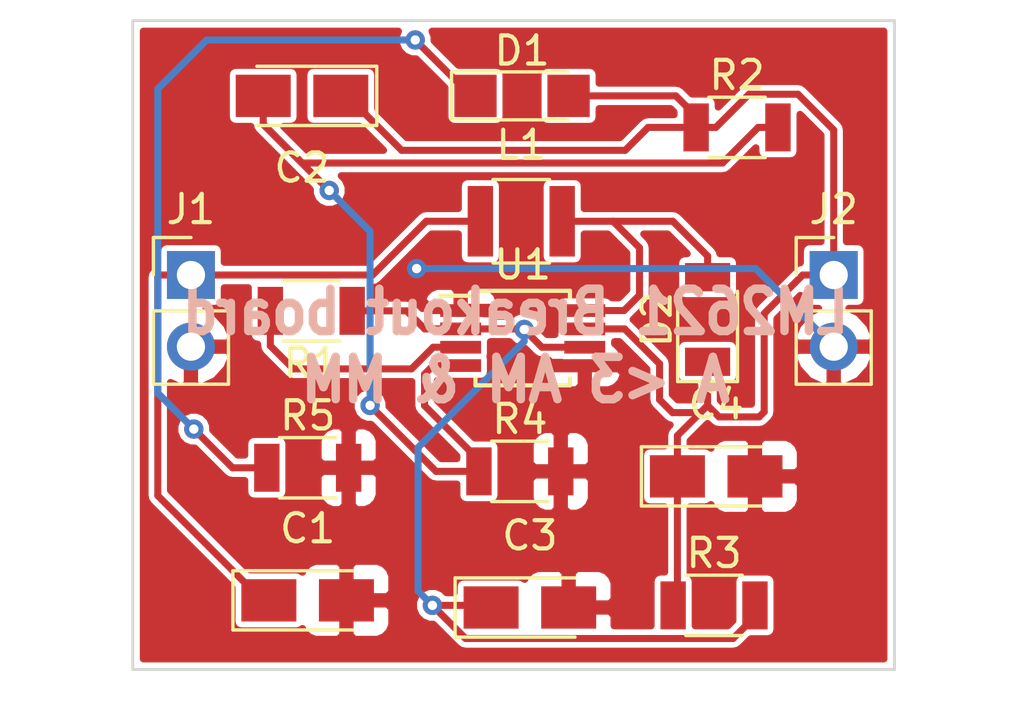
<source format=kicad_pcb>
(kicad_pcb (version 4) (host pcbnew 4.0.7)

  (general
    (links 28)
    (no_connects 0)
    (area 135.219342 80.1426 171.688858 105.4282)
    (thickness 1.6)
    (drawings 5)
    (tracks 113)
    (zones 0)
    (modules 15)
    (nets 9)
  )

  (page A4)
  (layers
    (0 F.Cu signal)
    (31 B.Cu signal)
    (32 B.Adhes user)
    (33 F.Adhes user)
    (34 B.Paste user)
    (35 F.Paste user)
    (36 B.SilkS user)
    (37 F.SilkS user)
    (38 B.Mask user)
    (39 F.Mask user)
    (40 Dwgs.User user)
    (41 Cmts.User user)
    (42 Eco1.User user)
    (43 Eco2.User user)
    (44 Edge.Cuts user)
    (45 Margin user)
    (46 B.CrtYd user)
    (47 F.CrtYd user)
    (48 B.Fab user)
    (49 F.Fab user)
  )

  (setup
    (last_trace_width 0.1524)
    (trace_clearance 0.1524)
    (zone_clearance 0.2)
    (zone_45_only yes)
    (trace_min 0.1524)
    (segment_width 0.2)
    (edge_width 0.1)
    (via_size 0.6858)
    (via_drill 0.3302)
    (via_min_size 0.6858)
    (via_min_drill 0.3302)
    (uvia_size 0.762)
    (uvia_drill 0.508)
    (uvias_allowed no)
    (uvia_min_size 0)
    (uvia_min_drill 0)
    (pcb_text_width 0.3)
    (pcb_text_size 1.5 1.5)
    (mod_edge_width 0.15)
    (mod_text_size 1 1)
    (mod_text_width 0.15)
    (pad_size 1.5 1.5)
    (pad_drill 0.6)
    (pad_to_mask_clearance 0)
    (aux_axis_origin 0 0)
    (visible_elements 7FFFFFFF)
    (pcbplotparams
      (layerselection 0x00030_80000001)
      (usegerberextensions false)
      (excludeedgelayer true)
      (linewidth 0.100000)
      (plotframeref false)
      (viasonmask false)
      (mode 1)
      (useauxorigin false)
      (hpglpennumber 1)
      (hpglpenspeed 20)
      (hpglpendiameter 15)
      (hpglpenoverlay 2)
      (psnegative false)
      (psa4output false)
      (plotreference true)
      (plotvalue true)
      (plotinvisibletext false)
      (padsonsilk false)
      (subtractmaskfromsilk false)
      (outputformat 1)
      (mirror false)
      (drillshape 1)
      (scaleselection 1)
      (outputdirectory ""))
  )

  (net 0 "")
  (net 1 "Net-(C1-Pad1)")
  (net 2 GND)
  (net 3 "Net-(C2-Pad1)")
  (net 4 "Net-(C2-Pad2)")
  (net 5 "Net-(C3-Pad1)")
  (net 6 "Net-(D1-Pad1)")
  (net 7 "Net-(D2-Pad2)")
  (net 8 "Net-(R1-Pad2)")

  (net_class Default "This is the default net class."
    (clearance 0.1524)
    (trace_width 0.1524)
    (via_dia 0.6858)
    (via_drill 0.3302)
    (uvia_dia 0.762)
    (uvia_drill 0.508)
    (add_net GND)
    (add_net "Net-(C1-Pad1)")
    (add_net "Net-(C2-Pad1)")
    (add_net "Net-(C2-Pad2)")
    (add_net "Net-(C3-Pad1)")
    (add_net "Net-(D1-Pad1)")
    (add_net "Net-(D2-Pad2)")
    (add_net "Net-(R1-Pad2)")
  )

  (module Capacitors_Tantalum_SMD:CP_Tantalum_Case-A_EIA-3216-18_Reflow placed (layer F.Cu) (tedit 58CC8C08) (tstamp 59E485F2)
    (at 146.199 101.5492)
    (descr "Tantalum capacitor, Case A, EIA 3216-18, 3.2x1.6x1.6mm, Reflow soldering footprint")
    (tags "capacitor tantalum smd")
    (path /59E44580)
    (attr smd)
    (fp_text reference C1 (at 0 -2.55) (layer F.SilkS)
      (effects (font (size 1 1) (thickness 0.15)))
    )
    (fp_text value 22uF (at 0 2.55) (layer F.Fab)
      (effects (font (size 1 1) (thickness 0.15)))
    )
    (fp_text user %R (at -0.0508 0.4572) (layer F.Fab)
      (effects (font (size 0.7 0.7) (thickness 0.105)))
    )
    (fp_line (start -2.75 -1.2) (end -2.75 1.2) (layer F.CrtYd) (width 0.05))
    (fp_line (start -2.75 1.2) (end 2.75 1.2) (layer F.CrtYd) (width 0.05))
    (fp_line (start 2.75 1.2) (end 2.75 -1.2) (layer F.CrtYd) (width 0.05))
    (fp_line (start 2.75 -1.2) (end -2.75 -1.2) (layer F.CrtYd) (width 0.05))
    (fp_line (start -1.6 -0.8) (end -1.6 0.8) (layer F.Fab) (width 0.1))
    (fp_line (start -1.6 0.8) (end 1.6 0.8) (layer F.Fab) (width 0.1))
    (fp_line (start 1.6 0.8) (end 1.6 -0.8) (layer F.Fab) (width 0.1))
    (fp_line (start 1.6 -0.8) (end -1.6 -0.8) (layer F.Fab) (width 0.1))
    (fp_line (start -1.28 -0.8) (end -1.28 0.8) (layer F.Fab) (width 0.1))
    (fp_line (start -1.12 -0.8) (end -1.12 0.8) (layer F.Fab) (width 0.1))
    (fp_line (start -2.65 -1.05) (end 1.6 -1.05) (layer F.SilkS) (width 0.12))
    (fp_line (start -2.65 1.05) (end 1.6 1.05) (layer F.SilkS) (width 0.12))
    (fp_line (start -2.65 -1.05) (end -2.65 1.05) (layer F.SilkS) (width 0.12))
    (pad 1 smd rect (at -1.375 0) (size 1.95 1.5) (layers F.Cu F.Paste F.Mask)
      (net 1 "Net-(C1-Pad1)"))
    (pad 2 smd rect (at 1.375 0) (size 1.95 1.5) (layers F.Cu F.Paste F.Mask)
      (net 2 GND))
    (model Capacitors_Tantalum_SMD.3dshapes/CP_Tantalum_Case-A_EIA-3216-18.wrl
      (at (xyz 0 0 0))
      (scale (xyz 1 1 1))
      (rotate (xyz 0 0 0))
    )
  )

  (module Capacitors_Tantalum_SMD:CP_Tantalum_Case-A_EIA-3216-18_Reflow placed (layer F.Cu) (tedit 58CC8C08) (tstamp 59E485F8)
    (at 145.9992 83.6676 180)
    (descr "Tantalum capacitor, Case A, EIA 3216-18, 3.2x1.6x1.6mm, Reflow soldering footprint")
    (tags "capacitor tantalum smd")
    (path /59E4461B)
    (attr smd)
    (fp_text reference C2 (at 0 -2.55 180) (layer F.SilkS)
      (effects (font (size 1 1) (thickness 0.15)))
    )
    (fp_text value 39pF (at 0 2.55 180) (layer F.Fab)
      (effects (font (size 1 1) (thickness 0.15)))
    )
    (fp_text user %R (at 0 0 180) (layer F.Fab)
      (effects (font (size 0.7 0.7) (thickness 0.105)))
    )
    (fp_line (start -2.75 -1.2) (end -2.75 1.2) (layer F.CrtYd) (width 0.05))
    (fp_line (start -2.75 1.2) (end 2.75 1.2) (layer F.CrtYd) (width 0.05))
    (fp_line (start 2.75 1.2) (end 2.75 -1.2) (layer F.CrtYd) (width 0.05))
    (fp_line (start 2.75 -1.2) (end -2.75 -1.2) (layer F.CrtYd) (width 0.05))
    (fp_line (start -1.6 -0.8) (end -1.6 0.8) (layer F.Fab) (width 0.1))
    (fp_line (start -1.6 0.8) (end 1.6 0.8) (layer F.Fab) (width 0.1))
    (fp_line (start 1.6 0.8) (end 1.6 -0.8) (layer F.Fab) (width 0.1))
    (fp_line (start 1.6 -0.8) (end -1.6 -0.8) (layer F.Fab) (width 0.1))
    (fp_line (start -1.28 -0.8) (end -1.28 0.8) (layer F.Fab) (width 0.1))
    (fp_line (start -1.12 -0.8) (end -1.12 0.8) (layer F.Fab) (width 0.1))
    (fp_line (start -2.65 -1.05) (end 1.6 -1.05) (layer F.SilkS) (width 0.12))
    (fp_line (start -2.65 1.05) (end 1.6 1.05) (layer F.SilkS) (width 0.12))
    (fp_line (start -2.65 -1.05) (end -2.65 1.05) (layer F.SilkS) (width 0.12))
    (pad 1 smd rect (at -1.375 0 180) (size 1.95 1.5) (layers F.Cu F.Paste F.Mask)
      (net 3 "Net-(C2-Pad1)"))
    (pad 2 smd rect (at 1.375 0 180) (size 1.95 1.5) (layers F.Cu F.Paste F.Mask)
      (net 4 "Net-(C2-Pad2)"))
    (model Capacitors_Tantalum_SMD.3dshapes/CP_Tantalum_Case-A_EIA-3216-18.wrl
      (at (xyz 0 0 0))
      (scale (xyz 1 1 1))
      (rotate (xyz 0 0 0))
    )
  )

  (module Capacitors_Tantalum_SMD:CP_Tantalum_Case-A_EIA-3216-18_Reflow placed (layer F.Cu) (tedit 58CC8C08) (tstamp 59E485FE)
    (at 154.0764 101.8032)
    (descr "Tantalum capacitor, Case A, EIA 3216-18, 3.2x1.6x1.6mm, Reflow soldering footprint")
    (tags "capacitor tantalum smd")
    (path /59E44670)
    (attr smd)
    (fp_text reference C3 (at 0 -2.55) (layer F.SilkS)
      (effects (font (size 1 1) (thickness 0.15)))
    )
    (fp_text value 100nF (at 0 2.55) (layer F.Fab)
      (effects (font (size 1 1) (thickness 0.15)))
    )
    (fp_text user %R (at 0 0) (layer F.Fab)
      (effects (font (size 0.7 0.7) (thickness 0.105)))
    )
    (fp_line (start -2.75 -1.2) (end -2.75 1.2) (layer F.CrtYd) (width 0.05))
    (fp_line (start -2.75 1.2) (end 2.75 1.2) (layer F.CrtYd) (width 0.05))
    (fp_line (start 2.75 1.2) (end 2.75 -1.2) (layer F.CrtYd) (width 0.05))
    (fp_line (start 2.75 -1.2) (end -2.75 -1.2) (layer F.CrtYd) (width 0.05))
    (fp_line (start -1.6 -0.8) (end -1.6 0.8) (layer F.Fab) (width 0.1))
    (fp_line (start -1.6 0.8) (end 1.6 0.8) (layer F.Fab) (width 0.1))
    (fp_line (start 1.6 0.8) (end 1.6 -0.8) (layer F.Fab) (width 0.1))
    (fp_line (start 1.6 -0.8) (end -1.6 -0.8) (layer F.Fab) (width 0.1))
    (fp_line (start -1.28 -0.8) (end -1.28 0.8) (layer F.Fab) (width 0.1))
    (fp_line (start -1.12 -0.8) (end -1.12 0.8) (layer F.Fab) (width 0.1))
    (fp_line (start -2.65 -1.05) (end 1.6 -1.05) (layer F.SilkS) (width 0.12))
    (fp_line (start -2.65 1.05) (end 1.6 1.05) (layer F.SilkS) (width 0.12))
    (fp_line (start -2.65 -1.05) (end -2.65 1.05) (layer F.SilkS) (width 0.12))
    (pad 1 smd rect (at -1.375 0) (size 1.95 1.5) (layers F.Cu F.Paste F.Mask)
      (net 5 "Net-(C3-Pad1)"))
    (pad 2 smd rect (at 1.375 0) (size 1.95 1.5) (layers F.Cu F.Paste F.Mask)
      (net 2 GND))
    (model Capacitors_Tantalum_SMD.3dshapes/CP_Tantalum_Case-A_EIA-3216-18.wrl
      (at (xyz 0 0 0))
      (scale (xyz 1 1 1))
      (rotate (xyz 0 0 0))
    )
  )

  (module Capacitors_Tantalum_SMD:CP_Tantalum_Case-A_EIA-3216-18_Reflow placed (layer F.Cu) (tedit 58CC8C08) (tstamp 59E48604)
    (at 160.6804 97.155)
    (descr "Tantalum capacitor, Case A, EIA 3216-18, 3.2x1.6x1.6mm, Reflow soldering footprint")
    (tags "capacitor tantalum smd")
    (path /59E440B3)
    (attr smd)
    (fp_text reference C4 (at 0 -2.55) (layer F.SilkS)
      (effects (font (size 1 1) (thickness 0.15)))
    )
    (fp_text value 68uF (at 0 2.55) (layer F.Fab)
      (effects (font (size 1 1) (thickness 0.15)))
    )
    (fp_text user %R (at 0 0) (layer F.Fab)
      (effects (font (size 0.7 0.7) (thickness 0.105)))
    )
    (fp_line (start -2.75 -1.2) (end -2.75 1.2) (layer F.CrtYd) (width 0.05))
    (fp_line (start -2.75 1.2) (end 2.75 1.2) (layer F.CrtYd) (width 0.05))
    (fp_line (start 2.75 1.2) (end 2.75 -1.2) (layer F.CrtYd) (width 0.05))
    (fp_line (start 2.75 -1.2) (end -2.75 -1.2) (layer F.CrtYd) (width 0.05))
    (fp_line (start -1.6 -0.8) (end -1.6 0.8) (layer F.Fab) (width 0.1))
    (fp_line (start -1.6 0.8) (end 1.6 0.8) (layer F.Fab) (width 0.1))
    (fp_line (start 1.6 0.8) (end 1.6 -0.8) (layer F.Fab) (width 0.1))
    (fp_line (start 1.6 -0.8) (end -1.6 -0.8) (layer F.Fab) (width 0.1))
    (fp_line (start -1.28 -0.8) (end -1.28 0.8) (layer F.Fab) (width 0.1))
    (fp_line (start -1.12 -0.8) (end -1.12 0.8) (layer F.Fab) (width 0.1))
    (fp_line (start -2.65 -1.05) (end 1.6 -1.05) (layer F.SilkS) (width 0.12))
    (fp_line (start -2.65 1.05) (end 1.6 1.05) (layer F.SilkS) (width 0.12))
    (fp_line (start -2.65 -1.05) (end -2.65 1.05) (layer F.SilkS) (width 0.12))
    (pad 1 smd rect (at -1.375 0) (size 1.95 1.5) (layers F.Cu F.Paste F.Mask)
      (net 3 "Net-(C2-Pad1)"))
    (pad 2 smd rect (at 1.375 0) (size 1.95 1.5) (layers F.Cu F.Paste F.Mask)
      (net 2 GND))
    (model Capacitors_Tantalum_SMD.3dshapes/CP_Tantalum_Case-A_EIA-3216-18.wrl
      (at (xyz 0 0 0))
      (scale (xyz 1 1 1))
      (rotate (xyz 0 0 0))
    )
  )

  (module LEDs:LED_1206 placed (layer F.Cu) (tedit 57FE943C) (tstamp 59E4860A)
    (at 153.798 83.6676)
    (descr "LED 1206 smd package")
    (tags "LED led 1206 SMD smd SMT smt smdled SMDLED smtled SMTLED")
    (path /59E49D56)
    (attr smd)
    (fp_text reference D1 (at 0 -1.6) (layer F.SilkS)
      (effects (font (size 1 1) (thickness 0.15)))
    )
    (fp_text value LED (at 0 1.7) (layer F.Fab)
      (effects (font (size 1 1) (thickness 0.15)))
    )
    (fp_line (start -2.5 -0.85) (end -2.5 0.85) (layer F.SilkS) (width 0.12))
    (fp_line (start -0.45 -0.4) (end -0.45 0.4) (layer F.Fab) (width 0.1))
    (fp_line (start -0.4 0) (end 0.2 -0.4) (layer F.Fab) (width 0.1))
    (fp_line (start 0.2 0.4) (end -0.4 0) (layer F.Fab) (width 0.1))
    (fp_line (start 0.2 -0.4) (end 0.2 0.4) (layer F.Fab) (width 0.1))
    (fp_line (start 1.6 0.8) (end -1.6 0.8) (layer F.Fab) (width 0.1))
    (fp_line (start 1.6 -0.8) (end 1.6 0.8) (layer F.Fab) (width 0.1))
    (fp_line (start -1.6 -0.8) (end 1.6 -0.8) (layer F.Fab) (width 0.1))
    (fp_line (start -1.6 0.8) (end -1.6 -0.8) (layer F.Fab) (width 0.1))
    (fp_line (start -2.45 0.85) (end 1.6 0.85) (layer F.SilkS) (width 0.12))
    (fp_line (start -2.45 -0.85) (end 1.6 -0.85) (layer F.SilkS) (width 0.12))
    (fp_line (start 2.65 -1) (end 2.65 1) (layer F.CrtYd) (width 0.05))
    (fp_line (start 2.65 1) (end -2.65 1) (layer F.CrtYd) (width 0.05))
    (fp_line (start -2.65 1) (end -2.65 -1) (layer F.CrtYd) (width 0.05))
    (fp_line (start -2.65 -1) (end 2.65 -1) (layer F.CrtYd) (width 0.05))
    (pad 2 smd rect (at 1.65 0 180) (size 1.5 1.5) (layers F.Cu F.Paste F.Mask)
      (net 3 "Net-(C2-Pad1)"))
    (pad 1 smd rect (at -1.65 0 180) (size 1.5 1.5) (layers F.Cu F.Paste F.Mask)
      (net 6 "Net-(D1-Pad1)"))
    (model ${KISYS3DMOD}/LEDs.3dshapes/LED_1206.wrl
      (at (xyz 0 0 0))
      (scale (xyz 1 1 1))
      (rotate (xyz 0 0 180))
    )
  )

  (module Diodes_SMD:D_1206 placed (layer F.Cu) (tedit 590CEAF5) (tstamp 59E48610)
    (at 160.3756 91.5938 90)
    (descr "Diode SMD 1206, reflow soldering http://datasheets.avx.com/schottky.pdf")
    (tags "Diode 1206")
    (path /59E4BD11)
    (attr smd)
    (fp_text reference D2 (at 0 -1.8 90) (layer F.SilkS)
      (effects (font (size 1 1) (thickness 0.15)))
    )
    (fp_text value D_Schottky (at 0 1.9 90) (layer F.Fab)
      (effects (font (size 1 1) (thickness 0.15)))
    )
    (fp_text user %R (at 0 -1.8 90) (layer F.Fab)
      (effects (font (size 1 1) (thickness 0.15)))
    )
    (fp_line (start -0.254 -0.254) (end -0.254 0.254) (layer F.Fab) (width 0.1))
    (fp_line (start 0.127 0) (end 0.381 0) (layer F.Fab) (width 0.1))
    (fp_line (start -0.254 0) (end -0.508 0) (layer F.Fab) (width 0.1))
    (fp_line (start 0.127 0.254) (end -0.254 0) (layer F.Fab) (width 0.1))
    (fp_line (start 0.127 -0.254) (end 0.127 0.254) (layer F.Fab) (width 0.1))
    (fp_line (start -0.254 0) (end 0.127 -0.254) (layer F.Fab) (width 0.1))
    (fp_line (start -2.2 -1.06) (end -2.2 1.06) (layer F.SilkS) (width 0.12))
    (fp_line (start -1.7 0.95) (end -1.7 -0.95) (layer F.Fab) (width 0.1))
    (fp_line (start 1.7 0.95) (end -1.7 0.95) (layer F.Fab) (width 0.1))
    (fp_line (start 1.7 -0.95) (end 1.7 0.95) (layer F.Fab) (width 0.1))
    (fp_line (start -1.7 -0.95) (end 1.7 -0.95) (layer F.Fab) (width 0.1))
    (fp_line (start -2.3 -1.16) (end 2.3 -1.16) (layer F.CrtYd) (width 0.05))
    (fp_line (start -2.3 1.16) (end 2.3 1.16) (layer F.CrtYd) (width 0.05))
    (fp_line (start -2.3 -1.16) (end -2.3 1.16) (layer F.CrtYd) (width 0.05))
    (fp_line (start 2.3 -1.16) (end 2.3 1.16) (layer F.CrtYd) (width 0.05))
    (fp_line (start 1 -1.06) (end -2.2 -1.06) (layer F.SilkS) (width 0.12))
    (fp_line (start -2.2 1.06) (end 1 1.06) (layer F.SilkS) (width 0.12))
    (pad 1 smd rect (at -1.5 0 90) (size 1 1.6) (layers F.Cu F.Paste F.Mask)
      (net 3 "Net-(C2-Pad1)"))
    (pad 2 smd rect (at 1.5 0 90) (size 1 1.6) (layers F.Cu F.Paste F.Mask)
      (net 7 "Net-(D2-Pad2)"))
    (model ${KISYS3DMOD}/Diodes_SMD.3dshapes/D_1206.wrl
      (at (xyz 0 0 0))
      (scale (xyz 1 1 1))
      (rotate (xyz 0 0 0))
    )
  )

  (module Pin_Headers:Pin_Header_Straight_1x02_Pitch2.54mm placed (layer F.Cu) (tedit 59650532) (tstamp 59E48616)
    (at 142.0622 90.0176)
    (descr "Through hole straight pin header, 1x02, 2.54mm pitch, single row")
    (tags "Through hole pin header THT 1x02 2.54mm single row")
    (path /59E47CEB)
    (fp_text reference J1 (at 0 -2.33) (layer F.SilkS)
      (effects (font (size 1 1) (thickness 0.15)))
    )
    (fp_text value Conn_01x02_Male (at 0 4.87) (layer F.Fab)
      (effects (font (size 1 1) (thickness 0.15)))
    )
    (fp_line (start -0.635 -1.27) (end 1.27 -1.27) (layer F.Fab) (width 0.1))
    (fp_line (start 1.27 -1.27) (end 1.27 3.81) (layer F.Fab) (width 0.1))
    (fp_line (start 1.27 3.81) (end -1.27 3.81) (layer F.Fab) (width 0.1))
    (fp_line (start -1.27 3.81) (end -1.27 -0.635) (layer F.Fab) (width 0.1))
    (fp_line (start -1.27 -0.635) (end -0.635 -1.27) (layer F.Fab) (width 0.1))
    (fp_line (start -1.33 3.87) (end 1.33 3.87) (layer F.SilkS) (width 0.12))
    (fp_line (start -1.33 1.27) (end -1.33 3.87) (layer F.SilkS) (width 0.12))
    (fp_line (start 1.33 1.27) (end 1.33 3.87) (layer F.SilkS) (width 0.12))
    (fp_line (start -1.33 1.27) (end 1.33 1.27) (layer F.SilkS) (width 0.12))
    (fp_line (start -1.33 0) (end -1.33 -1.33) (layer F.SilkS) (width 0.12))
    (fp_line (start -1.33 -1.33) (end 0 -1.33) (layer F.SilkS) (width 0.12))
    (fp_line (start -1.8 -1.8) (end -1.8 4.35) (layer F.CrtYd) (width 0.05))
    (fp_line (start -1.8 4.35) (end 1.8 4.35) (layer F.CrtYd) (width 0.05))
    (fp_line (start 1.8 4.35) (end 1.8 -1.8) (layer F.CrtYd) (width 0.05))
    (fp_line (start 1.8 -1.8) (end -1.8 -1.8) (layer F.CrtYd) (width 0.05))
    (fp_text user %R (at -0.2286 1.3208 90) (layer F.Fab)
      (effects (font (size 1 1) (thickness 0.15)))
    )
    (pad 1 thru_hole rect (at 0 0) (size 1.7 1.7) (drill 1) (layers *.Cu *.Mask)
      (net 1 "Net-(C1-Pad1)"))
    (pad 2 thru_hole oval (at 0 2.54) (size 1.7 1.7) (drill 1) (layers *.Cu *.Mask)
      (net 2 GND))
    (model ${KISYS3DMOD}/Pin_Headers.3dshapes/Pin_Header_Straight_1x02_Pitch2.54mm.wrl
      (at (xyz 0 0 0))
      (scale (xyz 1 1 1))
      (rotate (xyz 0 0 0))
    )
  )

  (module Pin_Headers:Pin_Header_Straight_1x02_Pitch2.54mm placed (layer F.Cu) (tedit 59650532) (tstamp 59E4861C)
    (at 164.846 90.0176)
    (descr "Through hole straight pin header, 1x02, 2.54mm pitch, single row")
    (tags "Through hole pin header THT 1x02 2.54mm single row")
    (path /59E481BE)
    (fp_text reference J2 (at 0 -2.33) (layer F.SilkS)
      (effects (font (size 1 1) (thickness 0.15)))
    )
    (fp_text value Conn_01x02_Male (at 0 4.87) (layer F.Fab)
      (effects (font (size 1 1) (thickness 0.15)))
    )
    (fp_line (start -0.635 -1.27) (end 1.27 -1.27) (layer F.Fab) (width 0.1))
    (fp_line (start 1.27 -1.27) (end 1.27 3.81) (layer F.Fab) (width 0.1))
    (fp_line (start 1.27 3.81) (end -1.27 3.81) (layer F.Fab) (width 0.1))
    (fp_line (start -1.27 3.81) (end -1.27 -0.635) (layer F.Fab) (width 0.1))
    (fp_line (start -1.27 -0.635) (end -0.635 -1.27) (layer F.Fab) (width 0.1))
    (fp_line (start -1.33 3.87) (end 1.33 3.87) (layer F.SilkS) (width 0.12))
    (fp_line (start -1.33 1.27) (end -1.33 3.87) (layer F.SilkS) (width 0.12))
    (fp_line (start 1.33 1.27) (end 1.33 3.87) (layer F.SilkS) (width 0.12))
    (fp_line (start -1.33 1.27) (end 1.33 1.27) (layer F.SilkS) (width 0.12))
    (fp_line (start -1.33 0) (end -1.33 -1.33) (layer F.SilkS) (width 0.12))
    (fp_line (start -1.33 -1.33) (end 0 -1.33) (layer F.SilkS) (width 0.12))
    (fp_line (start -1.8 -1.8) (end -1.8 4.35) (layer F.CrtYd) (width 0.05))
    (fp_line (start -1.8 4.35) (end 1.8 4.35) (layer F.CrtYd) (width 0.05))
    (fp_line (start 1.8 4.35) (end 1.8 -1.8) (layer F.CrtYd) (width 0.05))
    (fp_line (start 1.8 -1.8) (end -1.8 -1.8) (layer F.CrtYd) (width 0.05))
    (fp_text user %R (at 0 1.27 90) (layer F.Fab)
      (effects (font (size 1 1) (thickness 0.15)))
    )
    (pad 1 thru_hole rect (at 0 0) (size 1.7 1.7) (drill 1) (layers *.Cu *.Mask)
      (net 3 "Net-(C2-Pad1)"))
    (pad 2 thru_hole oval (at 0 2.54) (size 1.7 1.7) (drill 1) (layers *.Cu *.Mask)
      (net 2 GND))
    (model ${KISYS3DMOD}/Pin_Headers.3dshapes/Pin_Header_Straight_1x02_Pitch2.54mm.wrl
      (at (xyz 0 0 0))
      (scale (xyz 1 1 1))
      (rotate (xyz 0 0 0))
    )
  )

  (module Inductors_SMD:L_1210 placed (layer F.Cu) (tedit 58307C54) (tstamp 59E48622)
    (at 153.7716 88.1126)
    (descr "Resistor SMD 1210, reflow soldering, Vishay (see dcrcw.pdf)")
    (tags "resistor 1210")
    (path /59E441C8)
    (attr smd)
    (fp_text reference L1 (at 0 -2.7) (layer F.SilkS)
      (effects (font (size 1 1) (thickness 0.15)))
    )
    (fp_text value 6.8uH (at 0 2.7) (layer F.Fab)
      (effects (font (size 1 1) (thickness 0.15)))
    )
    (fp_text user %R (at 0 0) (layer F.Fab)
      (effects (font (size 0.5 0.5) (thickness 0.075)))
    )
    (fp_line (start -1.6 1.25) (end -1.6 -1.25) (layer F.Fab) (width 0.1))
    (fp_line (start 1.6 1.25) (end -1.6 1.25) (layer F.Fab) (width 0.1))
    (fp_line (start 1.6 -1.25) (end 1.6 1.25) (layer F.Fab) (width 0.1))
    (fp_line (start -1.6 -1.25) (end 1.6 -1.25) (layer F.Fab) (width 0.1))
    (fp_line (start -2.2 -1.6) (end 2.2 -1.6) (layer F.CrtYd) (width 0.05))
    (fp_line (start -2.2 1.6) (end 2.2 1.6) (layer F.CrtYd) (width 0.05))
    (fp_line (start -2.2 -1.6) (end -2.2 1.6) (layer F.CrtYd) (width 0.05))
    (fp_line (start 2.2 -1.6) (end 2.2 1.6) (layer F.CrtYd) (width 0.05))
    (fp_line (start 1 1.48) (end -1 1.48) (layer F.SilkS) (width 0.12))
    (fp_line (start -1 -1.48) (end 1 -1.48) (layer F.SilkS) (width 0.12))
    (pad 1 smd rect (at -1.45 0) (size 0.9 2.5) (layers F.Cu F.Paste F.Mask)
      (net 1 "Net-(C1-Pad1)"))
    (pad 2 smd rect (at 1.45 0) (size 0.9 2.5) (layers F.Cu F.Paste F.Mask)
      (net 7 "Net-(D2-Pad2)"))
    (model ${KISYS3DMOD}/Inductors_SMD.3dshapes/L_1210.wrl
      (at (xyz 0 0 0))
      (scale (xyz 1 1 1))
      (rotate (xyz 0 0 0))
    )
  )

  (module Resistors_SMD:R_1206 placed (layer F.Cu) (tedit 58E0A804) (tstamp 59E48628)
    (at 146.3272 91.2876 180)
    (descr "Resistor SMD 1206, reflow soldering, Vishay (see dcrcw.pdf)")
    (tags "resistor 1206")
    (path /59E4623F)
    (attr smd)
    (fp_text reference R1 (at 0 -1.85 180) (layer F.SilkS)
      (effects (font (size 1 1) (thickness 0.15)))
    )
    (fp_text value 200k (at 0 1.95 180) (layer F.Fab)
      (effects (font (size 1 1) (thickness 0.15)))
    )
    (fp_text user %R (at 0 0 180) (layer F.Fab)
      (effects (font (size 0.7 0.7) (thickness 0.105)))
    )
    (fp_line (start -1.6 0.8) (end -1.6 -0.8) (layer F.Fab) (width 0.1))
    (fp_line (start 1.6 0.8) (end -1.6 0.8) (layer F.Fab) (width 0.1))
    (fp_line (start 1.6 -0.8) (end 1.6 0.8) (layer F.Fab) (width 0.1))
    (fp_line (start -1.6 -0.8) (end 1.6 -0.8) (layer F.Fab) (width 0.1))
    (fp_line (start 1 1.07) (end -1 1.07) (layer F.SilkS) (width 0.12))
    (fp_line (start -1 -1.07) (end 1 -1.07) (layer F.SilkS) (width 0.12))
    (fp_line (start -2.15 -1.11) (end 2.15 -1.11) (layer F.CrtYd) (width 0.05))
    (fp_line (start -2.15 -1.11) (end -2.15 1.1) (layer F.CrtYd) (width 0.05))
    (fp_line (start 2.15 1.1) (end 2.15 -1.11) (layer F.CrtYd) (width 0.05))
    (fp_line (start 2.15 1.1) (end -2.15 1.1) (layer F.CrtYd) (width 0.05))
    (pad 1 smd rect (at -1.45 0 180) (size 0.9 1.7) (layers F.Cu F.Paste F.Mask)
      (net 5 "Net-(C3-Pad1)"))
    (pad 2 smd rect (at 1.45 0 180) (size 0.9 1.7) (layers F.Cu F.Paste F.Mask)
      (net 8 "Net-(R1-Pad2)"))
    (model ${KISYS3DMOD}/Resistors_SMD.3dshapes/R_1206.wrl
      (at (xyz 0 0 0))
      (scale (xyz 1 1 1))
      (rotate (xyz 0 0 0))
    )
  )

  (module Resistors_SMD:R_1206 placed (layer F.Cu) (tedit 58E0A804) (tstamp 59E4862E)
    (at 161.4192 84.7852)
    (descr "Resistor SMD 1206, reflow soldering, Vishay (see dcrcw.pdf)")
    (tags "resistor 1206")
    (path /59E44009)
    (attr smd)
    (fp_text reference R2 (at 0 -1.85) (layer F.SilkS)
      (effects (font (size 1 1) (thickness 0.15)))
    )
    (fp_text value 150k (at 0 1.95) (layer F.Fab)
      (effects (font (size 1 1) (thickness 0.15)))
    )
    (fp_text user %R (at 0 0) (layer F.Fab)
      (effects (font (size 0.7 0.7) (thickness 0.105)))
    )
    (fp_line (start -1.6 0.8) (end -1.6 -0.8) (layer F.Fab) (width 0.1))
    (fp_line (start 1.6 0.8) (end -1.6 0.8) (layer F.Fab) (width 0.1))
    (fp_line (start 1.6 -0.8) (end 1.6 0.8) (layer F.Fab) (width 0.1))
    (fp_line (start -1.6 -0.8) (end 1.6 -0.8) (layer F.Fab) (width 0.1))
    (fp_line (start 1 1.07) (end -1 1.07) (layer F.SilkS) (width 0.12))
    (fp_line (start -1 -1.07) (end 1 -1.07) (layer F.SilkS) (width 0.12))
    (fp_line (start -2.15 -1.11) (end 2.15 -1.11) (layer F.CrtYd) (width 0.05))
    (fp_line (start -2.15 -1.11) (end -2.15 1.1) (layer F.CrtYd) (width 0.05))
    (fp_line (start 2.15 1.1) (end 2.15 -1.11) (layer F.CrtYd) (width 0.05))
    (fp_line (start 2.15 1.1) (end -2.15 1.1) (layer F.CrtYd) (width 0.05))
    (pad 1 smd rect (at -1.45 0) (size 0.9 1.7) (layers F.Cu F.Paste F.Mask)
      (net 3 "Net-(C2-Pad1)"))
    (pad 2 smd rect (at 1.45 0) (size 0.9 1.7) (layers F.Cu F.Paste F.Mask)
      (net 4 "Net-(C2-Pad2)"))
    (model ${KISYS3DMOD}/Resistors_SMD.3dshapes/R_1206.wrl
      (at (xyz 0 0 0))
      (scale (xyz 1 1 1))
      (rotate (xyz 0 0 0))
    )
  )

  (module Resistors_SMD:R_1206 placed (layer F.Cu) (tedit 58E0A804) (tstamp 59E48634)
    (at 160.6042 101.727)
    (descr "Resistor SMD 1206, reflow soldering, Vishay (see dcrcw.pdf)")
    (tags "resistor 1206")
    (path /59E43F32)
    (attr smd)
    (fp_text reference R3 (at 0 -1.85) (layer F.SilkS)
      (effects (font (size 1 1) (thickness 0.15)))
    )
    (fp_text value 500k (at 0 1.95) (layer F.Fab)
      (effects (font (size 1 1) (thickness 0.15)))
    )
    (fp_text user %R (at 0 0) (layer F.Fab)
      (effects (font (size 0.7 0.7) (thickness 0.105)))
    )
    (fp_line (start -1.6 0.8) (end -1.6 -0.8) (layer F.Fab) (width 0.1))
    (fp_line (start 1.6 0.8) (end -1.6 0.8) (layer F.Fab) (width 0.1))
    (fp_line (start 1.6 -0.8) (end 1.6 0.8) (layer F.Fab) (width 0.1))
    (fp_line (start -1.6 -0.8) (end 1.6 -0.8) (layer F.Fab) (width 0.1))
    (fp_line (start 1 1.07) (end -1 1.07) (layer F.SilkS) (width 0.12))
    (fp_line (start -1 -1.07) (end 1 -1.07) (layer F.SilkS) (width 0.12))
    (fp_line (start -2.15 -1.11) (end 2.15 -1.11) (layer F.CrtYd) (width 0.05))
    (fp_line (start -2.15 -1.11) (end -2.15 1.1) (layer F.CrtYd) (width 0.05))
    (fp_line (start 2.15 1.1) (end 2.15 -1.11) (layer F.CrtYd) (width 0.05))
    (fp_line (start 2.15 1.1) (end -2.15 1.1) (layer F.CrtYd) (width 0.05))
    (pad 1 smd rect (at -1.45 0) (size 0.9 1.7) (layers F.Cu F.Paste F.Mask)
      (net 3 "Net-(C2-Pad1)"))
    (pad 2 smd rect (at 1.45 0) (size 0.9 1.7) (layers F.Cu F.Paste F.Mask)
      (net 5 "Net-(C3-Pad1)"))
    (model ${KISYS3DMOD}/Resistors_SMD.3dshapes/R_1206.wrl
      (at (xyz 0 0 0))
      (scale (xyz 1 1 1))
      (rotate (xyz 0 0 0))
    )
  )

  (module Resistors_SMD:R_1206 placed (layer F.Cu) (tedit 58E0A804) (tstamp 59E4863A)
    (at 153.7208 96.9772)
    (descr "Resistor SMD 1206, reflow soldering, Vishay (see dcrcw.pdf)")
    (tags "resistor 1206")
    (path /59E4742B)
    (attr smd)
    (fp_text reference R4 (at 0 -1.85) (layer F.SilkS)
      (effects (font (size 1 1) (thickness 0.15)))
    )
    (fp_text value 50k (at 0 1.95) (layer F.Fab)
      (effects (font (size 1 1) (thickness 0.15)))
    )
    (fp_text user %R (at 0 0) (layer F.Fab)
      (effects (font (size 0.7 0.7) (thickness 0.105)))
    )
    (fp_line (start -1.6 0.8) (end -1.6 -0.8) (layer F.Fab) (width 0.1))
    (fp_line (start 1.6 0.8) (end -1.6 0.8) (layer F.Fab) (width 0.1))
    (fp_line (start 1.6 -0.8) (end 1.6 0.8) (layer F.Fab) (width 0.1))
    (fp_line (start -1.6 -0.8) (end 1.6 -0.8) (layer F.Fab) (width 0.1))
    (fp_line (start 1 1.07) (end -1 1.07) (layer F.SilkS) (width 0.12))
    (fp_line (start -1 -1.07) (end 1 -1.07) (layer F.SilkS) (width 0.12))
    (fp_line (start -2.15 -1.11) (end 2.15 -1.11) (layer F.CrtYd) (width 0.05))
    (fp_line (start -2.15 -1.11) (end -2.15 1.1) (layer F.CrtYd) (width 0.05))
    (fp_line (start 2.15 1.1) (end 2.15 -1.11) (layer F.CrtYd) (width 0.05))
    (fp_line (start 2.15 1.1) (end -2.15 1.1) (layer F.CrtYd) (width 0.05))
    (pad 1 smd rect (at -1.45 0) (size 0.9 1.7) (layers F.Cu F.Paste F.Mask)
      (net 4 "Net-(C2-Pad2)"))
    (pad 2 smd rect (at 1.45 0) (size 0.9 1.7) (layers F.Cu F.Paste F.Mask)
      (net 2 GND))
    (model ${KISYS3DMOD}/Resistors_SMD.3dshapes/R_1206.wrl
      (at (xyz 0 0 0))
      (scale (xyz 1 1 1))
      (rotate (xyz 0 0 0))
    )
  )

  (module Resistors_SMD:R_1206 placed (layer F.Cu) (tedit 58E0A804) (tstamp 59E48640)
    (at 146.2024 96.8502)
    (descr "Resistor SMD 1206, reflow soldering, Vishay (see dcrcw.pdf)")
    (tags "resistor 1206")
    (path /59E49FE9)
    (attr smd)
    (fp_text reference R5 (at 0 -1.85) (layer F.SilkS)
      (effects (font (size 1 1) (thickness 0.15)))
    )
    (fp_text value 150 (at 0 1.95) (layer F.Fab)
      (effects (font (size 1 1) (thickness 0.15)))
    )
    (fp_text user %R (at 0 0) (layer F.Fab)
      (effects (font (size 0.7 0.7) (thickness 0.105)))
    )
    (fp_line (start -1.6 0.8) (end -1.6 -0.8) (layer F.Fab) (width 0.1))
    (fp_line (start 1.6 0.8) (end -1.6 0.8) (layer F.Fab) (width 0.1))
    (fp_line (start 1.6 -0.8) (end 1.6 0.8) (layer F.Fab) (width 0.1))
    (fp_line (start -1.6 -0.8) (end 1.6 -0.8) (layer F.Fab) (width 0.1))
    (fp_line (start 1 1.07) (end -1 1.07) (layer F.SilkS) (width 0.12))
    (fp_line (start -1 -1.07) (end 1 -1.07) (layer F.SilkS) (width 0.12))
    (fp_line (start -2.15 -1.11) (end 2.15 -1.11) (layer F.CrtYd) (width 0.05))
    (fp_line (start -2.15 -1.11) (end -2.15 1.1) (layer F.CrtYd) (width 0.05))
    (fp_line (start 2.15 1.1) (end 2.15 -1.11) (layer F.CrtYd) (width 0.05))
    (fp_line (start 2.15 1.1) (end -2.15 1.1) (layer F.CrtYd) (width 0.05))
    (pad 1 smd rect (at -1.45 0) (size 0.9 1.7) (layers F.Cu F.Paste F.Mask)
      (net 6 "Net-(D1-Pad1)"))
    (pad 2 smd rect (at 1.45 0) (size 0.9 1.7) (layers F.Cu F.Paste F.Mask)
      (net 2 GND))
    (model ${KISYS3DMOD}/Resistors_SMD.3dshapes/R_1206.wrl
      (at (xyz 0 0 0))
      (scale (xyz 1 1 1))
      (rotate (xyz 0 0 0))
    )
  )

  (module Housings_SSOP:MSOP-8_3x3mm_Pitch0.65mm placed (layer F.Cu) (tedit 54130A77) (tstamp 59E4864C)
    (at 153.8224 92.2528)
    (descr "8-Lead Plastic Micro Small Outline Package (MS) [MSOP] (see Microchip Packaging Specification 00000049BS.pdf)")
    (tags "SSOP 0.65")
    (path /59E4562F)
    (attr smd)
    (fp_text reference U1 (at 0 -2.6) (layer F.SilkS)
      (effects (font (size 1 1) (thickness 0.15)))
    )
    (fp_text value LM2621 (at 0 2.6) (layer F.Fab)
      (effects (font (size 1 1) (thickness 0.15)))
    )
    (fp_line (start -0.5 -1.5) (end 1.5 -1.5) (layer F.Fab) (width 0.15))
    (fp_line (start 1.5 -1.5) (end 1.5 1.5) (layer F.Fab) (width 0.15))
    (fp_line (start 1.5 1.5) (end -1.5 1.5) (layer F.Fab) (width 0.15))
    (fp_line (start -1.5 1.5) (end -1.5 -0.5) (layer F.Fab) (width 0.15))
    (fp_line (start -1.5 -0.5) (end -0.5 -1.5) (layer F.Fab) (width 0.15))
    (fp_line (start -3.2 -1.85) (end -3.2 1.85) (layer F.CrtYd) (width 0.05))
    (fp_line (start 3.2 -1.85) (end 3.2 1.85) (layer F.CrtYd) (width 0.05))
    (fp_line (start -3.2 -1.85) (end 3.2 -1.85) (layer F.CrtYd) (width 0.05))
    (fp_line (start -3.2 1.85) (end 3.2 1.85) (layer F.CrtYd) (width 0.05))
    (fp_line (start -1.675 -1.675) (end -1.675 -1.5) (layer F.SilkS) (width 0.15))
    (fp_line (start 1.675 -1.675) (end 1.675 -1.425) (layer F.SilkS) (width 0.15))
    (fp_line (start 1.675 1.675) (end 1.675 1.425) (layer F.SilkS) (width 0.15))
    (fp_line (start -1.675 1.675) (end -1.675 1.425) (layer F.SilkS) (width 0.15))
    (fp_line (start -1.675 -1.675) (end 1.675 -1.675) (layer F.SilkS) (width 0.15))
    (fp_line (start -1.675 1.675) (end 1.675 1.675) (layer F.SilkS) (width 0.15))
    (fp_line (start -1.675 -1.5) (end -2.925 -1.5) (layer F.SilkS) (width 0.15))
    (fp_text user %R (at 0 0) (layer F.Fab)
      (effects (font (size 0.6 0.6) (thickness 0.15)))
    )
    (pad 1 smd rect (at -2.2 -0.975) (size 1.45 0.45) (layers F.Cu F.Paste F.Mask)
      (net 2 GND))
    (pad 2 smd rect (at -2.2 -0.325) (size 1.45 0.45) (layers F.Cu F.Paste F.Mask)
      (net 5 "Net-(C3-Pad1)"))
    (pad 3 smd rect (at -2.2 0.325) (size 1.45 0.45) (layers F.Cu F.Paste F.Mask)
      (net 8 "Net-(R1-Pad2)"))
    (pad 4 smd rect (at -2.2 0.975) (size 1.45 0.45) (layers F.Cu F.Paste F.Mask)
      (net 4 "Net-(C2-Pad2)"))
    (pad 5 smd rect (at 2.2 0.975) (size 1.45 0.45) (layers F.Cu F.Paste F.Mask)
      (net 2 GND))
    (pad 6 smd rect (at 2.2 0.325) (size 1.45 0.45) (layers F.Cu F.Paste F.Mask)
      (net 5 "Net-(C3-Pad1)"))
    (pad 7 smd rect (at 2.2 -0.325) (size 1.45 0.45) (layers F.Cu F.Paste F.Mask)
      (net 3 "Net-(C2-Pad1)"))
    (pad 8 smd rect (at 2.2 -0.975) (size 1.45 0.45) (layers F.Cu F.Paste F.Mask)
      (net 7 "Net-(D2-Pad2)"))
    (model ${KISYS3DMOD}/Housings_SSOP.3dshapes/MSOP-8_3x3mm_Pitch0.65mm.wrl
      (at (xyz 0 0 0))
      (scale (xyz 1 1 1))
      (rotate (xyz 0 0 0))
    )
  )

  (gr_text "LM2621 Breakout board\nA <3 AM & MM" (at 153.5684 92.5322) (layer B.SilkS)
    (effects (font (size 1.5 1.3) (thickness 0.3)) (justify mirror))
  )
  (gr_line (start 140 104) (end 140 81) (angle 90) (layer Edge.Cuts) (width 0.1))
  (gr_line (start 167 104) (end 140 104) (angle 90) (layer Edge.Cuts) (width 0.1))
  (gr_line (start 167 81) (end 167 104) (angle 90) (layer Edge.Cuts) (width 0.1))
  (gr_line (start 140 81) (end 167 81) (angle 90) (layer Edge.Cuts) (width 0.1))

  (segment (start 143.1622 90.0176) (end 142.0622 90.0176) (width 0.25) (layer F.Cu) (net 1))
  (segment (start 150.404004 88.1126) (end 148.499004 90.0176) (width 0.25) (layer F.Cu) (net 1))
  (segment (start 152.3216 88.1126) (end 150.404004 88.1126) (width 0.25) (layer F.Cu) (net 1))
  (segment (start 148.499004 90.0176) (end 143.1622 90.0176) (width 0.25) (layer F.Cu) (net 1))
  (segment (start 144.824 101.5492) (end 144.599 101.5492) (width 0.25) (layer F.Cu) (net 1))
  (segment (start 144.599 101.5492) (end 140.887199 97.837399) (width 0.25) (layer F.Cu) (net 1))
  (segment (start 140.887199 97.837399) (end 140.887199 90.092601) (width 0.25) (layer F.Cu) (net 1))
  (segment (start 140.887199 90.092601) (end 140.9622 90.0176) (width 0.25) (layer F.Cu) (net 1))
  (segment (start 140.9622 90.0176) (end 142.0622 90.0176) (width 0.25) (layer F.Cu) (net 1))
  (segment (start 150.0632 89.789) (end 162.0774 89.789) (width 0.25) (layer B.Cu) (net 2))
  (segment (start 162.0774 89.789) (end 164.846 92.5576) (width 0.25) (layer B.Cu) (net 2))
  (segment (start 151.6224 91.2778) (end 150.6474 91.2778) (width 0.25) (layer F.Cu) (net 2))
  (segment (start 150.6474 91.2778) (end 150.0632 90.6936) (width 0.25) (layer F.Cu) (net 2))
  (segment (start 150.0632 90.6936) (end 150.0632 89.789) (width 0.25) (layer F.Cu) (net 2))
  (via (at 150.0632 89.789) (size 0.6858) (drill 0.3302) (layers F.Cu B.Cu) (net 2))
  (segment (start 164.846 90.0176) (end 164.846 84.876998) (width 0.25) (layer F.Cu) (net 3))
  (segment (start 164.846 84.876998) (end 163.579201 83.610199) (width 0.25) (layer F.Cu) (net 3))
  (segment (start 163.579201 83.610199) (end 161.844201 83.610199) (width 0.25) (layer F.Cu) (net 3))
  (segment (start 161.844201 83.610199) (end 160.6692 84.7852) (width 0.25) (layer F.Cu) (net 3))
  (segment (start 160.6692 84.7852) (end 159.9692 84.7852) (width 0.25) (layer F.Cu) (net 3))
  (segment (start 159.3054 97.155) (end 159.3054 95.7106) (width 0.25) (layer F.Cu) (net 3))
  (segment (start 159.3054 95.7106) (end 160.3756 94.6404) (width 0.25) (layer F.Cu) (net 3))
  (segment (start 162.2044 95.0468) (end 160.782 95.0468) (width 0.25) (layer F.Cu) (net 3))
  (segment (start 160.782 95.0468) (end 160.3756 94.6404) (width 0.25) (layer F.Cu) (net 3))
  (segment (start 162.3822 94.869) (end 162.2044 95.0468) (width 0.25) (layer F.Cu) (net 3))
  (segment (start 162.3822 91.3872) (end 162.3822 94.869) (width 0.25) (layer F.Cu) (net 3))
  (segment (start 162.433 91.3306) (end 162.433 91.3364) (width 0.25) (layer F.Cu) (net 3))
  (segment (start 162.433 91.3364) (end 162.3822 91.3872) (width 0.25) (layer F.Cu) (net 3))
  (segment (start 164.846 90.0176) (end 163.746 90.0176) (width 0.25) (layer F.Cu) (net 3))
  (segment (start 163.746 90.0176) (end 162.433 91.3306) (width 0.25) (layer F.Cu) (net 3))
  (segment (start 159.3054 97.155) (end 159.3054 101.5758) (width 0.25) (layer F.Cu) (net 3))
  (segment (start 159.3054 101.5758) (end 159.1542 101.727) (width 0.25) (layer F.Cu) (net 3))
  (segment (start 155.448 83.6676) (end 159.2516 83.6676) (width 0.25) (layer F.Cu) (net 3))
  (segment (start 159.2516 83.6676) (end 159.9692 84.3852) (width 0.25) (layer F.Cu) (net 3))
  (segment (start 159.9692 84.3852) (end 159.9692 84.7852) (width 0.25) (layer F.Cu) (net 3))
  (segment (start 157.4546 85.598) (end 158.2674 84.7852) (width 0.25) (layer F.Cu) (net 3))
  (segment (start 158.2674 84.7852) (end 159.9692 84.7852) (width 0.25) (layer F.Cu) (net 3))
  (segment (start 149.5296 85.598) (end 157.4546 85.598) (width 0.25) (layer F.Cu) (net 3))
  (segment (start 147.3742 83.6676) (end 147.5992 83.6676) (width 0.25) (layer F.Cu) (net 3))
  (segment (start 147.5992 83.6676) (end 149.5296 85.598) (width 0.25) (layer F.Cu) (net 3))
  (segment (start 156.0224 91.9278) (end 157.4344 91.9278) (width 0.25) (layer F.Cu) (net 3))
  (segment (start 157.4344 91.9278) (end 158.6738 93.1672) (width 0.25) (layer F.Cu) (net 3))
  (segment (start 159.131 94.8944) (end 160.1216 94.8944) (width 0.25) (layer F.Cu) (net 3))
  (segment (start 160.1216 94.8944) (end 160.3756 94.6404) (width 0.25) (layer F.Cu) (net 3))
  (segment (start 158.6738 93.1672) (end 158.6738 94.4372) (width 0.25) (layer F.Cu) (net 3))
  (segment (start 158.6738 94.4372) (end 159.131 94.8944) (width 0.25) (layer F.Cu) (net 3))
  (segment (start 160.3756 94.6404) (end 160.3756 93.0938) (width 0.25) (layer F.Cu) (net 3))
  (segment (start 159.9692 84.7852) (end 159.9692 85.1852) (width 0.25) (layer F.Cu) (net 3))
  (segment (start 164.8016 90.0176) (end 164.846 90.0176) (width 0.25) (layer F.Cu) (net 3))
  (segment (start 146.664399 86.720401) (end 146.964398 87.0204) (width 0.25) (layer F.Cu) (net 4))
  (segment (start 144.6242 84.6676) (end 144.6242 84.680202) (width 0.25) (layer F.Cu) (net 4))
  (segment (start 148.4122 94.6404) (end 148.4122 88.468202) (width 0.25) (layer B.Cu) (net 4))
  (segment (start 144.6242 84.680202) (end 146.664399 86.720401) (width 0.25) (layer F.Cu) (net 4))
  (segment (start 147.264397 87.320399) (end 146.964398 87.0204) (width 0.25) (layer B.Cu) (net 4))
  (segment (start 148.4122 88.468202) (end 147.264397 87.320399) (width 0.25) (layer B.Cu) (net 4))
  (via (at 146.964398 87.0204) (size 0.6858) (drill 0.3302) (layers F.Cu B.Cu) (net 4))
  (segment (start 144.6242 83.6676) (end 144.6242 84.6676) (width 0.25) (layer F.Cu) (net 4))
  (segment (start 152.2708 96.9772) (end 150.749 96.9772) (width 0.25) (layer F.Cu) (net 4))
  (segment (start 150.749 96.9772) (end 148.4122 94.6404) (width 0.25) (layer F.Cu) (net 4))
  (via (at 148.4122 94.6404) (size 0.6858) (drill 0.3302) (layers F.Cu B.Cu) (net 4))
  (segment (start 144.6242 84.6676) (end 146.00461 86.04801) (width 0.25) (layer F.Cu) (net 4))
  (segment (start 162.1692 84.7852) (end 162.8692 84.7852) (width 0.25) (layer F.Cu) (net 4))
  (segment (start 146.00461 86.04801) (end 160.90639 86.04801) (width 0.25) (layer F.Cu) (net 4))
  (segment (start 160.90639 86.04801) (end 162.1692 84.7852) (width 0.25) (layer F.Cu) (net 4))
  (segment (start 152.2708 96.9772) (end 152.2708 96.5772) (width 0.25) (layer F.Cu) (net 4))
  (segment (start 152.2708 96.5772) (end 150.3426 94.649) (width 0.25) (layer F.Cu) (net 4))
  (segment (start 150.3426 94.649) (end 150.3426 93.5326) (width 0.25) (layer F.Cu) (net 4))
  (segment (start 150.3426 93.5326) (end 150.6474 93.2278) (width 0.25) (layer F.Cu) (net 4))
  (segment (start 150.6474 93.2278) (end 151.6224 93.2278) (width 0.25) (layer F.Cu) (net 4))
  (segment (start 162.0542 101.727) (end 162.0542 102.127) (width 0.25) (layer F.Cu) (net 5))
  (segment (start 162.0542 102.127) (end 161.279199 102.902001) (width 0.25) (layer F.Cu) (net 5))
  (segment (start 161.279199 102.902001) (end 151.797001 102.902001) (width 0.25) (layer F.Cu) (net 5))
  (segment (start 151.797001 102.902001) (end 150.921999 102.026999) (width 0.25) (layer F.Cu) (net 5))
  (segment (start 150.921999 102.026999) (end 150.622 101.727) (width 0.25) (layer F.Cu) (net 5))
  (segment (start 151.6224 91.9278) (end 153.853 91.9278) (width 0.25) (layer F.Cu) (net 5))
  (segment (start 153.853 91.9278) (end 153.8732 91.948) (width 0.25) (layer F.Cu) (net 5))
  (segment (start 150.622 101.727) (end 152.6252 101.727) (width 0.25) (layer F.Cu) (net 5))
  (segment (start 152.6252 101.727) (end 152.7014 101.8032) (width 0.25) (layer F.Cu) (net 5))
  (segment (start 150.114 96.131464) (end 150.114 101.219) (width 0.25) (layer B.Cu) (net 5))
  (segment (start 150.114 101.219) (end 150.622 101.727) (width 0.25) (layer B.Cu) (net 5))
  (via (at 150.622 101.727) (size 0.6858) (drill 0.3302) (layers F.Cu B.Cu) (net 5))
  (segment (start 153.8732 91.948) (end 153.8732 92.372264) (width 0.25) (layer B.Cu) (net 5))
  (segment (start 153.8732 92.372264) (end 150.114 96.131464) (width 0.25) (layer B.Cu) (net 5))
  (segment (start 156.0224 92.5778) (end 154.503 92.5778) (width 0.25) (layer F.Cu) (net 5))
  (segment (start 154.503 92.5778) (end 153.8732 91.948) (width 0.25) (layer F.Cu) (net 5))
  (via (at 153.8732 91.948) (size 0.6858) (drill 0.3302) (layers F.Cu B.Cu) (net 5))
  (segment (start 152.7014 101.8032) (end 152.9264 101.8032) (width 0.25) (layer F.Cu) (net 5))
  (segment (start 150.3478 91.9278) (end 149.7076 91.2876) (width 0.25) (layer F.Cu) (net 5))
  (segment (start 149.7076 91.2876) (end 147.7772 91.2876) (width 0.25) (layer F.Cu) (net 5))
  (segment (start 151.6224 91.9278) (end 150.3478 91.9278) (width 0.25) (layer F.Cu) (net 5))
  (segment (start 150.0124 81.6864) (end 151.9936 83.6676) (width 0.25) (layer F.Cu) (net 6))
  (segment (start 151.9936 83.6676) (end 152.148 83.6676) (width 0.25) (layer F.Cu) (net 6))
  (segment (start 140.887199 83.420201) (end 142.621 81.6864) (width 0.25) (layer B.Cu) (net 6))
  (segment (start 142.621 81.6864) (end 150.0124 81.6864) (width 0.25) (layer B.Cu) (net 6))
  (via (at 150.0124 81.6864) (size 0.6858) (drill 0.3302) (layers F.Cu B.Cu) (net 6))
  (segment (start 142.1638 95.4786) (end 140.887199 94.201999) (width 0.25) (layer B.Cu) (net 6))
  (segment (start 140.887199 94.201999) (end 140.887199 83.420201) (width 0.25) (layer B.Cu) (net 6))
  (segment (start 144.7524 96.8502) (end 143.5354 96.8502) (width 0.25) (layer F.Cu) (net 6))
  (segment (start 143.5354 96.8502) (end 142.1638 95.4786) (width 0.25) (layer F.Cu) (net 6))
  (via (at 142.1638 95.4786) (size 0.6858) (drill 0.3302) (layers F.Cu B.Cu) (net 6))
  (segment (start 160.3756 90.0938) (end 160.3756 89.3438) (width 0.25) (layer F.Cu) (net 7))
  (segment (start 160.3756 89.3438) (end 159.1444 88.1126) (width 0.25) (layer F.Cu) (net 7))
  (segment (start 159.1444 88.1126) (end 157.0228 88.1126) (width 0.25) (layer F.Cu) (net 7))
  (segment (start 156.0224 91.2778) (end 157.4136 91.2778) (width 0.25) (layer F.Cu) (net 7))
  (segment (start 157.4136 91.2778) (end 157.9626 90.7288) (width 0.25) (layer F.Cu) (net 7))
  (segment (start 157.9626 90.7288) (end 157.9626 89.0524) (width 0.25) (layer F.Cu) (net 7))
  (segment (start 157.9626 89.0524) (end 157.0228 88.1126) (width 0.25) (layer F.Cu) (net 7))
  (segment (start 157.0228 88.1126) (end 155.2216 88.1126) (width 0.25) (layer F.Cu) (net 7))
  (segment (start 145.6944 93.345) (end 144.8772 92.5278) (width 0.25) (layer F.Cu) (net 8))
  (segment (start 144.8772 92.5278) (end 144.8772 91.2876) (width 0.25) (layer F.Cu) (net 8))
  (segment (start 149.8802 93.345) (end 145.6944 93.345) (width 0.25) (layer F.Cu) (net 8))
  (segment (start 151.6224 92.5778) (end 150.6474 92.5778) (width 0.25) (layer F.Cu) (net 8))
  (segment (start 150.6474 92.5778) (end 149.8802 93.345) (width 0.25) (layer F.Cu) (net 8))

  (zone (net 2) (net_name GND) (layer F.Cu) (tstamp 0) (hatch edge 0.508)
    (connect_pads (clearance 0.2))
    (min_thickness 0.254)
    (fill yes (arc_segments 16) (thermal_gap 0.508) (thermal_bridge_width 0.508))
    (polygon
      (pts
        (xy 167 104) (xy 140 104) (xy 140 81) (xy 167 81)
      )
    )
    (filled_polygon
      (pts
        (xy 149.342617 81.552564) (xy 149.342384 81.819067) (xy 149.444155 82.065372) (xy 149.632437 82.253982) (xy 149.878564 82.356183)
        (xy 150.043103 82.356327) (xy 151.064594 83.377818) (xy 151.064594 84.4176) (xy 151.087395 84.538779) (xy 151.159012 84.650074)
        (xy 151.268286 84.724738) (xy 151.398 84.751006) (xy 152.898 84.751006) (xy 153.019179 84.728205) (xy 153.130474 84.656588)
        (xy 153.205138 84.547314) (xy 153.231406 84.4176) (xy 153.231406 82.9176) (xy 153.208605 82.796421) (xy 153.136988 82.685126)
        (xy 153.027714 82.610462) (xy 152.898 82.584194) (xy 151.549418 82.584194) (xy 150.682273 81.717049) (xy 150.682416 81.553733)
        (xy 150.609392 81.377) (xy 166.623 81.377) (xy 166.623 103.623) (xy 140.377 103.623) (xy 140.377 90.092601)
        (xy 140.435199 90.092601) (xy 140.435199 97.837399) (xy 140.469605 98.010372) (xy 140.567587 98.157011) (xy 143.515594 101.105018)
        (xy 143.515594 102.2992) (xy 143.538395 102.420379) (xy 143.610012 102.531674) (xy 143.719286 102.606338) (xy 143.849 102.632606)
        (xy 145.799 102.632606) (xy 145.920179 102.609805) (xy 146.01505 102.548756) (xy 146.060673 102.658899) (xy 146.239302 102.837527)
        (xy 146.472691 102.9342) (xy 147.28825 102.9342) (xy 147.447 102.77545) (xy 147.447 101.6762) (xy 147.701 101.6762)
        (xy 147.701 102.77545) (xy 147.85975 102.9342) (xy 148.675309 102.9342) (xy 148.908698 102.837527) (xy 149.087327 102.658899)
        (xy 149.184 102.42551) (xy 149.184 101.83495) (xy 149.02525 101.6762) (xy 147.701 101.6762) (xy 147.447 101.6762)
        (xy 147.427 101.6762) (xy 147.427 101.4222) (xy 147.447 101.4222) (xy 147.447 100.32295) (xy 147.701 100.32295)
        (xy 147.701 101.4222) (xy 149.02525 101.4222) (xy 149.184 101.26345) (xy 149.184 100.67289) (xy 149.087327 100.439501)
        (xy 148.908698 100.260873) (xy 148.675309 100.1642) (xy 147.85975 100.1642) (xy 147.701 100.32295) (xy 147.447 100.32295)
        (xy 147.28825 100.1642) (xy 146.472691 100.1642) (xy 146.239302 100.260873) (xy 146.060673 100.439501) (xy 146.014595 100.550742)
        (xy 145.928714 100.492062) (xy 145.799 100.465794) (xy 144.154818 100.465794) (xy 141.339199 97.650175) (xy 141.339199 95.611267)
        (xy 141.493784 95.611267) (xy 141.595555 95.857572) (xy 141.783837 96.046182) (xy 142.029964 96.148383) (xy 142.194503 96.148527)
        (xy 143.215788 97.169812) (xy 143.362427 97.267794) (xy 143.5354 97.3022) (xy 143.968994 97.3022) (xy 143.968994 97.7002)
        (xy 143.991795 97.821379) (xy 144.063412 97.932674) (xy 144.172686 98.007338) (xy 144.3024 98.033606) (xy 145.2024 98.033606)
        (xy 145.323579 98.010805) (xy 145.434874 97.939188) (xy 145.509538 97.829914) (xy 145.535806 97.7002) (xy 145.535806 97.13595)
        (xy 146.5674 97.13595) (xy 146.5674 97.82651) (xy 146.664073 98.059899) (xy 146.842702 98.238527) (xy 147.076091 98.3352)
        (xy 147.36665 98.3352) (xy 147.5254 98.17645) (xy 147.5254 96.9772) (xy 147.7794 96.9772) (xy 147.7794 98.17645)
        (xy 147.93815 98.3352) (xy 148.228709 98.3352) (xy 148.462098 98.238527) (xy 148.640727 98.059899) (xy 148.7374 97.82651)
        (xy 148.7374 97.13595) (xy 148.57865 96.9772) (xy 147.7794 96.9772) (xy 147.5254 96.9772) (xy 146.72615 96.9772)
        (xy 146.5674 97.13595) (xy 145.535806 97.13595) (xy 145.535806 96.0002) (xy 145.513005 95.879021) (xy 145.509704 95.87389)
        (xy 146.5674 95.87389) (xy 146.5674 96.56445) (xy 146.72615 96.7232) (xy 147.5254 96.7232) (xy 147.5254 95.52395)
        (xy 147.7794 95.52395) (xy 147.7794 96.7232) (xy 148.57865 96.7232) (xy 148.7374 96.56445) (xy 148.7374 95.87389)
        (xy 148.640727 95.640501) (xy 148.462098 95.461873) (xy 148.228709 95.3652) (xy 147.93815 95.3652) (xy 147.7794 95.52395)
        (xy 147.5254 95.52395) (xy 147.36665 95.3652) (xy 147.076091 95.3652) (xy 146.842702 95.461873) (xy 146.664073 95.640501)
        (xy 146.5674 95.87389) (xy 145.509704 95.87389) (xy 145.441388 95.767726) (xy 145.332114 95.693062) (xy 145.2024 95.666794)
        (xy 144.3024 95.666794) (xy 144.181221 95.689595) (xy 144.069926 95.761212) (xy 143.995262 95.870486) (xy 143.968994 96.0002)
        (xy 143.968994 96.3982) (xy 143.722624 96.3982) (xy 142.833673 95.509249) (xy 142.833816 95.345933) (xy 142.732045 95.099628)
        (xy 142.543763 94.911018) (xy 142.297636 94.808817) (xy 142.031133 94.808584) (xy 141.784828 94.910355) (xy 141.596218 95.098637)
        (xy 141.494017 95.344764) (xy 141.493784 95.611267) (xy 141.339199 95.611267) (xy 141.339199 93.827152) (xy 141.705308 93.999086)
        (xy 141.9352 93.878419) (xy 141.9352 92.6846) (xy 142.1892 92.6846) (xy 142.1892 93.878419) (xy 142.419092 93.999086)
        (xy 142.943558 93.752783) (xy 143.333845 93.324524) (xy 143.503676 92.91449) (xy 143.382355 92.6846) (xy 142.1892 92.6846)
        (xy 141.9352 92.6846) (xy 141.9152 92.6846) (xy 141.9152 92.4306) (xy 141.9352 92.4306) (xy 141.9352 92.4106)
        (xy 142.1892 92.4106) (xy 142.1892 92.4306) (xy 143.382355 92.4306) (xy 143.503676 92.20071) (xy 143.333845 91.790676)
        (xy 142.943558 91.362417) (xy 142.599857 91.201006) (xy 142.9122 91.201006) (xy 143.033379 91.178205) (xy 143.144674 91.106588)
        (xy 143.219338 90.997314) (xy 143.245606 90.8676) (xy 143.245606 90.4696) (xy 144.093794 90.4696) (xy 144.093794 92.1376)
        (xy 144.116595 92.258779) (xy 144.188212 92.370074) (xy 144.297486 92.444738) (xy 144.4252 92.470601) (xy 144.4252 92.5278)
        (xy 144.459606 92.700773) (xy 144.557588 92.847412) (xy 145.374788 93.664612) (xy 145.521427 93.762594) (xy 145.6944 93.797)
        (xy 149.8802 93.797) (xy 149.8906 93.794931) (xy 149.8906 94.649) (xy 149.925006 94.821973) (xy 150.022988 94.968612)
        (xy 151.487394 96.433019) (xy 151.487394 96.5252) (xy 150.936224 96.5252) (xy 149.082073 94.671049) (xy 149.082216 94.507733)
        (xy 148.980445 94.261428) (xy 148.792163 94.072818) (xy 148.546036 93.970617) (xy 148.279533 93.970384) (xy 148.033228 94.072155)
        (xy 147.844618 94.260437) (xy 147.742417 94.506564) (xy 147.742184 94.773067) (xy 147.843955 95.019372) (xy 148.032237 95.207982)
        (xy 148.278364 95.310183) (xy 148.442903 95.310327) (xy 150.429388 97.296812) (xy 150.576027 97.394794) (xy 150.749 97.4292)
        (xy 151.487394 97.4292) (xy 151.487394 97.8272) (xy 151.510195 97.948379) (xy 151.581812 98.059674) (xy 151.691086 98.134338)
        (xy 151.8208 98.160606) (xy 152.7208 98.160606) (xy 152.841979 98.137805) (xy 152.953274 98.066188) (xy 153.027938 97.956914)
        (xy 153.054206 97.8272) (xy 153.054206 97.26295) (xy 154.0858 97.26295) (xy 154.0858 97.95351) (xy 154.182473 98.186899)
        (xy 154.361102 98.365527) (xy 154.594491 98.4622) (xy 154.88505 98.4622) (xy 155.0438 98.30345) (xy 155.0438 97.1042)
        (xy 155.2978 97.1042) (xy 155.2978 98.30345) (xy 155.45655 98.4622) (xy 155.747109 98.4622) (xy 155.980498 98.365527)
        (xy 156.159127 98.186899) (xy 156.2558 97.95351) (xy 156.2558 97.26295) (xy 156.09705 97.1042) (xy 155.2978 97.1042)
        (xy 155.0438 97.1042) (xy 154.24455 97.1042) (xy 154.0858 97.26295) (xy 153.054206 97.26295) (xy 153.054206 96.1272)
        (xy 153.031405 96.006021) (xy 153.028104 96.00089) (xy 154.0858 96.00089) (xy 154.0858 96.69145) (xy 154.24455 96.8502)
        (xy 155.0438 96.8502) (xy 155.0438 95.65095) (xy 155.2978 95.65095) (xy 155.2978 96.8502) (xy 156.09705 96.8502)
        (xy 156.2558 96.69145) (xy 156.2558 96.00089) (xy 156.159127 95.767501) (xy 155.980498 95.588873) (xy 155.747109 95.4922)
        (xy 155.45655 95.4922) (xy 155.2978 95.65095) (xy 155.0438 95.65095) (xy 154.88505 95.4922) (xy 154.594491 95.4922)
        (xy 154.361102 95.588873) (xy 154.182473 95.767501) (xy 154.0858 96.00089) (xy 153.028104 96.00089) (xy 152.959788 95.894726)
        (xy 152.850514 95.820062) (xy 152.7208 95.793794) (xy 152.126619 95.793794) (xy 150.7946 94.461776) (xy 150.7946 93.765388)
        (xy 150.8974 93.786206) (xy 152.3474 93.786206) (xy 152.468579 93.763405) (xy 152.579874 93.691788) (xy 152.654538 93.582514)
        (xy 152.67144 93.49905) (xy 154.6624 93.49905) (xy 154.6624 93.57911) (xy 154.759073 93.812499) (xy 154.937702 93.991127)
        (xy 155.171091 94.0878) (xy 155.73665 94.0878) (xy 155.8954 93.92905) (xy 155.8954 93.3403) (xy 156.1494 93.3403)
        (xy 156.1494 93.92905) (xy 156.30815 94.0878) (xy 156.873709 94.0878) (xy 157.107098 93.991127) (xy 157.285727 93.812499)
        (xy 157.3824 93.57911) (xy 157.3824 93.49905) (xy 157.22365 93.3403) (xy 156.1494 93.3403) (xy 155.8954 93.3403)
        (xy 154.82115 93.3403) (xy 154.6624 93.49905) (xy 152.67144 93.49905) (xy 152.680806 93.4528) (xy 152.680806 93.0028)
        (xy 152.661299 92.899127) (xy 152.680806 92.8028) (xy 152.680806 92.3798) (xy 153.357691 92.3798) (xy 153.493237 92.515582)
        (xy 153.739364 92.617783) (xy 153.903903 92.617927) (xy 154.183388 92.897412) (xy 154.330027 92.995394) (xy 154.503 93.0298)
        (xy 154.73565 93.0298) (xy 154.82115 93.1153) (xy 155.194164 93.1153) (xy 155.2974 93.136206) (xy 156.7474 93.136206)
        (xy 156.858508 93.1153) (xy 157.22365 93.1153) (xy 157.3824 92.95655) (xy 157.3824 92.87649) (xy 157.285727 92.643101)
        (xy 157.107098 92.464473) (xy 157.080806 92.453582) (xy 157.080806 92.3798) (xy 157.247176 92.3798) (xy 158.2218 93.354424)
        (xy 158.2218 94.4372) (xy 158.256206 94.610173) (xy 158.354188 94.756812) (xy 158.811387 95.214012) (xy 158.92961 95.293006)
        (xy 158.958027 95.311994) (xy 159.04707 95.329706) (xy 158.985788 95.390988) (xy 158.887806 95.537627) (xy 158.8534 95.7106)
        (xy 158.8534 96.071594) (xy 158.3304 96.071594) (xy 158.209221 96.094395) (xy 158.097926 96.166012) (xy 158.023262 96.275286)
        (xy 157.996994 96.405) (xy 157.996994 97.905) (xy 158.019795 98.026179) (xy 158.091412 98.137474) (xy 158.200686 98.212138)
        (xy 158.3304 98.238406) (xy 158.8534 98.238406) (xy 158.8534 100.543594) (xy 158.7042 100.543594) (xy 158.583021 100.566395)
        (xy 158.471726 100.638012) (xy 158.397062 100.747286) (xy 158.370794 100.877) (xy 158.370794 102.450001) (xy 157.0614 102.450001)
        (xy 157.0614 102.08895) (xy 156.90265 101.9302) (xy 155.5784 101.9302) (xy 155.5784 101.9502) (xy 155.3244 101.9502)
        (xy 155.3244 101.9302) (xy 155.3044 101.9302) (xy 155.3044 101.6762) (xy 155.3244 101.6762) (xy 155.3244 100.57695)
        (xy 155.5784 100.57695) (xy 155.5784 101.6762) (xy 156.90265 101.6762) (xy 157.0614 101.51745) (xy 157.0614 100.92689)
        (xy 156.964727 100.693501) (xy 156.786098 100.514873) (xy 156.552709 100.4182) (xy 155.73715 100.4182) (xy 155.5784 100.57695)
        (xy 155.3244 100.57695) (xy 155.16565 100.4182) (xy 154.350091 100.4182) (xy 154.116702 100.514873) (xy 153.938073 100.693501)
        (xy 153.891995 100.804742) (xy 153.806114 100.746062) (xy 153.6764 100.719794) (xy 151.7264 100.719794) (xy 151.605221 100.742595)
        (xy 151.493926 100.814212) (xy 151.419262 100.923486) (xy 151.392994 101.0532) (xy 151.392994 101.275) (xy 151.117344 101.275)
        (xy 151.001963 101.159418) (xy 150.755836 101.057217) (xy 150.489333 101.056984) (xy 150.243028 101.158755) (xy 150.054418 101.347037)
        (xy 149.952217 101.593164) (xy 149.951984 101.859667) (xy 150.053755 102.105972) (xy 150.242037 102.294582) (xy 150.488164 102.396783)
        (xy 150.652703 102.396927) (xy 151.477389 103.221613) (xy 151.624028 103.319595) (xy 151.797001 103.354001) (xy 161.279199 103.354001)
        (xy 161.452172 103.319595) (xy 161.598811 103.221613) (xy 161.910018 102.910406) (xy 162.5042 102.910406) (xy 162.625379 102.887605)
        (xy 162.736674 102.815988) (xy 162.811338 102.706714) (xy 162.837606 102.577) (xy 162.837606 100.877) (xy 162.814805 100.755821)
        (xy 162.743188 100.644526) (xy 162.633914 100.569862) (xy 162.5042 100.543594) (xy 161.6042 100.543594) (xy 161.483021 100.566395)
        (xy 161.371726 100.638012) (xy 161.297062 100.747286) (xy 161.270794 100.877) (xy 161.270794 102.271182) (xy 161.091975 102.450001)
        (xy 159.937606 102.450001) (xy 159.937606 100.877) (xy 159.914805 100.755821) (xy 159.843188 100.644526) (xy 159.7574 100.585909)
        (xy 159.7574 98.238406) (xy 160.2804 98.238406) (xy 160.401579 98.215605) (xy 160.49645 98.154556) (xy 160.542073 98.264699)
        (xy 160.720702 98.443327) (xy 160.954091 98.54) (xy 161.76965 98.54) (xy 161.9284 98.38125) (xy 161.9284 97.282)
        (xy 162.1824 97.282) (xy 162.1824 98.38125) (xy 162.34115 98.54) (xy 163.156709 98.54) (xy 163.390098 98.443327)
        (xy 163.568727 98.264699) (xy 163.6654 98.03131) (xy 163.6654 97.44075) (xy 163.50665 97.282) (xy 162.1824 97.282)
        (xy 161.9284 97.282) (xy 161.9084 97.282) (xy 161.9084 97.028) (xy 161.9284 97.028) (xy 161.9284 95.92875)
        (xy 162.1824 95.92875) (xy 162.1824 97.028) (xy 163.50665 97.028) (xy 163.6654 96.86925) (xy 163.6654 96.27869)
        (xy 163.568727 96.045301) (xy 163.390098 95.866673) (xy 163.156709 95.77) (xy 162.34115 95.77) (xy 162.1824 95.92875)
        (xy 161.9284 95.92875) (xy 161.76965 95.77) (xy 160.954091 95.77) (xy 160.720702 95.866673) (xy 160.542073 96.045301)
        (xy 160.495995 96.156542) (xy 160.410114 96.097862) (xy 160.2804 96.071594) (xy 159.7574 96.071594) (xy 159.7574 95.897824)
        (xy 160.3756 95.279625) (xy 160.462387 95.366412) (xy 160.605254 95.461873) (xy 160.609027 95.464394) (xy 160.782 95.4988)
        (xy 162.2044 95.4988) (xy 162.377373 95.464394) (xy 162.524012 95.366412) (xy 162.701812 95.188612) (xy 162.799794 95.041973)
        (xy 162.8342 94.869) (xy 162.8342 92.91449) (xy 163.404524 92.91449) (xy 163.574355 93.324524) (xy 163.964642 93.752783)
        (xy 164.489108 93.999086) (xy 164.719 93.878419) (xy 164.719 92.6846) (xy 164.973 92.6846) (xy 164.973 93.878419)
        (xy 165.202892 93.999086) (xy 165.727358 93.752783) (xy 166.117645 93.324524) (xy 166.287476 92.91449) (xy 166.166155 92.6846)
        (xy 164.973 92.6846) (xy 164.719 92.6846) (xy 163.525845 92.6846) (xy 163.404524 92.91449) (xy 162.8342 92.91449)
        (xy 162.8342 91.568624) (xy 163.662594 90.740231) (xy 163.662594 90.8676) (xy 163.685395 90.988779) (xy 163.757012 91.100074)
        (xy 163.866286 91.174738) (xy 163.996 91.201006) (xy 164.308343 91.201006) (xy 163.964642 91.362417) (xy 163.574355 91.790676)
        (xy 163.404524 92.20071) (xy 163.525845 92.4306) (xy 164.719 92.4306) (xy 164.719 92.4106) (xy 164.973 92.4106)
        (xy 164.973 92.4306) (xy 166.166155 92.4306) (xy 166.287476 92.20071) (xy 166.117645 91.790676) (xy 165.727358 91.362417)
        (xy 165.383657 91.201006) (xy 165.696 91.201006) (xy 165.817179 91.178205) (xy 165.928474 91.106588) (xy 166.003138 90.997314)
        (xy 166.029406 90.8676) (xy 166.029406 89.1676) (xy 166.006605 89.046421) (xy 165.934988 88.935126) (xy 165.825714 88.860462)
        (xy 165.696 88.834194) (xy 165.298 88.834194) (xy 165.298 84.876998) (xy 165.263594 84.704025) (xy 165.165612 84.557386)
        (xy 163.898813 83.290587) (xy 163.752174 83.192605) (xy 163.579201 83.158199) (xy 161.844201 83.158199) (xy 161.671228 83.192605)
        (xy 161.524588 83.290587) (xy 160.752606 84.06257) (xy 160.752606 83.9352) (xy 160.729805 83.814021) (xy 160.658188 83.702726)
        (xy 160.548914 83.628062) (xy 160.4192 83.601794) (xy 159.825018 83.601794) (xy 159.571212 83.347988) (xy 159.424573 83.250006)
        (xy 159.2516 83.2156) (xy 156.531406 83.2156) (xy 156.531406 82.9176) (xy 156.508605 82.796421) (xy 156.436988 82.685126)
        (xy 156.327714 82.610462) (xy 156.198 82.584194) (xy 154.698 82.584194) (xy 154.576821 82.606995) (xy 154.465526 82.678612)
        (xy 154.390862 82.787886) (xy 154.364594 82.9176) (xy 154.364594 84.4176) (xy 154.387395 84.538779) (xy 154.459012 84.650074)
        (xy 154.568286 84.724738) (xy 154.698 84.751006) (xy 156.198 84.751006) (xy 156.319179 84.728205) (xy 156.430474 84.656588)
        (xy 156.505138 84.547314) (xy 156.531406 84.4176) (xy 156.531406 84.1196) (xy 159.064376 84.1196) (xy 159.185794 84.241018)
        (xy 159.185794 84.3332) (xy 158.2674 84.3332) (xy 158.094427 84.367606) (xy 157.947788 84.465588) (xy 157.267376 85.146)
        (xy 149.716824 85.146) (xy 148.682606 84.111782) (xy 148.682606 82.9176) (xy 148.659805 82.796421) (xy 148.588188 82.685126)
        (xy 148.478914 82.610462) (xy 148.3492 82.584194) (xy 146.3992 82.584194) (xy 146.278021 82.606995) (xy 146.166726 82.678612)
        (xy 146.092062 82.787886) (xy 146.065794 82.9176) (xy 146.065794 84.4176) (xy 146.088595 84.538779) (xy 146.160212 84.650074)
        (xy 146.269486 84.724738) (xy 146.3992 84.751006) (xy 148.043382 84.751006) (xy 148.888386 85.59601) (xy 146.191835 85.59601)
        (xy 145.34683 84.751006) (xy 145.5992 84.751006) (xy 145.720379 84.728205) (xy 145.831674 84.656588) (xy 145.906338 84.547314)
        (xy 145.932606 84.4176) (xy 145.932606 82.9176) (xy 145.909805 82.796421) (xy 145.838188 82.685126) (xy 145.728914 82.610462)
        (xy 145.5992 82.584194) (xy 143.6492 82.584194) (xy 143.528021 82.606995) (xy 143.416726 82.678612) (xy 143.342062 82.787886)
        (xy 143.315794 82.9176) (xy 143.315794 84.4176) (xy 143.338595 84.538779) (xy 143.410212 84.650074) (xy 143.519486 84.724738)
        (xy 143.6492 84.751006) (xy 144.186284 84.751006) (xy 144.206606 84.853175) (xy 144.304588 84.999814) (xy 146.294525 86.989751)
        (xy 146.294382 87.153067) (xy 146.396153 87.399372) (xy 146.584435 87.587982) (xy 146.830562 87.690183) (xy 147.097065 87.690416)
        (xy 147.34337 87.588645) (xy 147.53198 87.400363) (xy 147.634181 87.154236) (xy 147.634414 86.887733) (xy 147.532643 86.641428)
        (xy 147.391471 86.50001) (xy 160.90639 86.50001) (xy 161.079363 86.465604) (xy 161.226002 86.367622) (xy 162.085794 85.50783)
        (xy 162.085794 85.6352) (xy 162.108595 85.756379) (xy 162.180212 85.867674) (xy 162.289486 85.942338) (xy 162.4192 85.968606)
        (xy 163.3192 85.968606) (xy 163.440379 85.945805) (xy 163.551674 85.874188) (xy 163.626338 85.764914) (xy 163.652606 85.6352)
        (xy 163.652606 84.322828) (xy 164.394 85.064222) (xy 164.394 88.834194) (xy 163.996 88.834194) (xy 163.874821 88.856995)
        (xy 163.763526 88.928612) (xy 163.688862 89.037886) (xy 163.662594 89.1676) (xy 163.662594 89.58219) (xy 163.573027 89.600006)
        (xy 163.426387 89.697988) (xy 162.113388 91.010988) (xy 162.101708 91.028468) (xy 162.062588 91.067588) (xy 161.964606 91.214227)
        (xy 161.9302 91.3872) (xy 161.9302 94.5948) (xy 160.969225 94.5948) (xy 160.8276 94.453176) (xy 160.8276 93.927206)
        (xy 161.1756 93.927206) (xy 161.296779 93.904405) (xy 161.408074 93.832788) (xy 161.482738 93.723514) (xy 161.509006 93.5938)
        (xy 161.509006 92.5938) (xy 161.486205 92.472621) (xy 161.414588 92.361326) (xy 161.305314 92.286662) (xy 161.1756 92.260394)
        (xy 159.5756 92.260394) (xy 159.454421 92.283195) (xy 159.343126 92.354812) (xy 159.268462 92.464086) (xy 159.242194 92.5938)
        (xy 159.242194 93.5938) (xy 159.264995 93.714979) (xy 159.336612 93.826274) (xy 159.445886 93.900938) (xy 159.5756 93.927206)
        (xy 159.9236 93.927206) (xy 159.9236 94.4424) (xy 159.318225 94.4424) (xy 159.1258 94.249976) (xy 159.1258 93.1672)
        (xy 159.091394 92.994227) (xy 158.993412 92.847588) (xy 157.754012 91.608188) (xy 157.735084 91.59554) (xy 158.282212 91.048412)
        (xy 158.380194 90.901773) (xy 158.393356 90.8356) (xy 158.4146 90.7288) (xy 158.4146 89.0524) (xy 158.380194 88.879427)
        (xy 158.282212 88.732788) (xy 158.114024 88.5646) (xy 158.957176 88.5646) (xy 159.65297 89.260394) (xy 159.5756 89.260394)
        (xy 159.454421 89.283195) (xy 159.343126 89.354812) (xy 159.268462 89.464086) (xy 159.242194 89.5938) (xy 159.242194 90.5938)
        (xy 159.264995 90.714979) (xy 159.336612 90.826274) (xy 159.445886 90.900938) (xy 159.5756 90.927206) (xy 161.1756 90.927206)
        (xy 161.296779 90.904405) (xy 161.408074 90.832788) (xy 161.482738 90.723514) (xy 161.509006 90.5938) (xy 161.509006 89.5938)
        (xy 161.486205 89.472621) (xy 161.414588 89.361326) (xy 161.305314 89.286662) (xy 161.1756 89.260394) (xy 160.81101 89.260394)
        (xy 160.793194 89.170827) (xy 160.695212 89.024188) (xy 159.464012 87.792988) (xy 159.317373 87.695006) (xy 159.1444 87.6606)
        (xy 156.005006 87.6606) (xy 156.005006 86.8626) (xy 155.982205 86.741421) (xy 155.910588 86.630126) (xy 155.801314 86.555462)
        (xy 155.6716 86.529194) (xy 154.7716 86.529194) (xy 154.650421 86.551995) (xy 154.539126 86.623612) (xy 154.464462 86.732886)
        (xy 154.438194 86.8626) (xy 154.438194 89.3626) (xy 154.460995 89.483779) (xy 154.532612 89.595074) (xy 154.641886 89.669738)
        (xy 154.7716 89.696006) (xy 155.6716 89.696006) (xy 155.792779 89.673205) (xy 155.904074 89.601588) (xy 155.978738 89.492314)
        (xy 156.005006 89.3626) (xy 156.005006 88.5646) (xy 156.835576 88.5646) (xy 157.5106 89.239624) (xy 157.5106 90.541576)
        (xy 157.226376 90.8258) (xy 156.98991 90.8258) (xy 156.986388 90.820326) (xy 156.877114 90.745662) (xy 156.7474 90.719394)
        (xy 155.2974 90.719394) (xy 155.176221 90.742195) (xy 155.064926 90.813812) (xy 154.990262 90.923086) (xy 154.963994 91.0528)
        (xy 154.963994 91.5028) (xy 154.983501 91.606473) (xy 154.963994 91.7028) (xy 154.963994 92.1258) (xy 154.690224 92.1258)
        (xy 154.543073 91.978649) (xy 154.543216 91.815333) (xy 154.441445 91.569028) (xy 154.253163 91.380418) (xy 154.007036 91.278217)
        (xy 153.740533 91.277984) (xy 153.494228 91.379755) (xy 153.398016 91.4758) (xy 152.90915 91.4758) (xy 152.82365 91.3903)
        (xy 152.450636 91.3903) (xy 152.3474 91.369394) (xy 151.4754 91.369394) (xy 151.4754 91.1653) (xy 151.4954 91.1653)
        (xy 151.4954 90.57655) (xy 151.7494 90.57655) (xy 151.7494 91.1653) (xy 152.82365 91.1653) (xy 152.9824 91.00655)
        (xy 152.9824 90.92649) (xy 152.885727 90.693101) (xy 152.707098 90.514473) (xy 152.473709 90.4178) (xy 151.90815 90.4178)
        (xy 151.7494 90.57655) (xy 151.4954 90.57655) (xy 151.33665 90.4178) (xy 150.771091 90.4178) (xy 150.537702 90.514473)
        (xy 150.359073 90.693101) (xy 150.2624 90.92649) (xy 150.2624 91.00655) (xy 150.406648 91.150798) (xy 150.2624 91.150798)
        (xy 150.2624 91.203175) (xy 150.027212 90.967988) (xy 149.880573 90.870006) (xy 149.7076 90.8356) (xy 148.560606 90.8356)
        (xy 148.560606 90.457347) (xy 148.671977 90.435194) (xy 148.818616 90.337212) (xy 150.591228 88.5646) (xy 151.538194 88.5646)
        (xy 151.538194 89.3626) (xy 151.560995 89.483779) (xy 151.632612 89.595074) (xy 151.741886 89.669738) (xy 151.8716 89.696006)
        (xy 152.7716 89.696006) (xy 152.892779 89.673205) (xy 153.004074 89.601588) (xy 153.078738 89.492314) (xy 153.105006 89.3626)
        (xy 153.105006 86.8626) (xy 153.082205 86.741421) (xy 153.010588 86.630126) (xy 152.901314 86.555462) (xy 152.7716 86.529194)
        (xy 151.8716 86.529194) (xy 151.750421 86.551995) (xy 151.639126 86.623612) (xy 151.564462 86.732886) (xy 151.538194 86.8626)
        (xy 151.538194 87.6606) (xy 150.404004 87.6606) (xy 150.231031 87.695006) (xy 150.084392 87.792988) (xy 148.31178 89.5656)
        (xy 143.245606 89.5656) (xy 143.245606 89.1676) (xy 143.222805 89.046421) (xy 143.151188 88.935126) (xy 143.041914 88.860462)
        (xy 142.9122 88.834194) (xy 141.2122 88.834194) (xy 141.091021 88.856995) (xy 140.979726 88.928612) (xy 140.905062 89.037886)
        (xy 140.878794 89.1676) (xy 140.878794 89.58219) (xy 140.789227 89.600006) (xy 140.642587 89.697988) (xy 140.567587 89.772989)
        (xy 140.469605 89.919628) (xy 140.435199 90.092601) (xy 140.377 90.092601) (xy 140.377 81.377) (xy 149.415518 81.377)
      )
    )
  )
)

</source>
